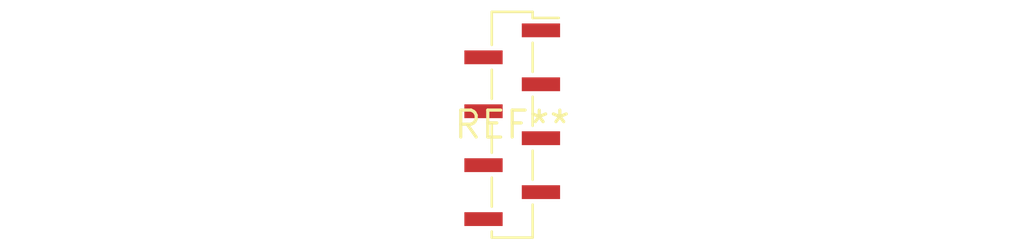
<source format=kicad_pcb>
(kicad_pcb (version 20240108) (generator pcbnew)
  (layers (0 "F.Cu" signal) (31 "B.Cu" signal) (34 "B.Paste" user) (35 "F.Paste" user) (36 "B.SilkS" user "B.Silkscreen") (37 "F.SilkS" user "F.Silkscreen") (38 "B.Mask" user) (39 "F.Mask" user) (44 "Edge.Cuts" user))
  (net 0 "")
  (footprint "PinSocket_1x08_P1.27mm_Vertical_SMD_Pin1Right" (layer "F.Cu") (at 0 0)
    (property "Reference" "REF**")
    (property "Value" "PinSocket_1x08_P1.27mm_Vertical_SMD_Pin1Right")
    (fp_line (start -0.96 -5.315) (end -0.96 -3.76) (layer "F.SilkS") (stroke (width 0.12)))
    (fp_line (start -0.96 -5.315) (end 0.96 -5.315) (layer "F.SilkS") (stroke (width 0.12)))
    (fp_line (start -0.96 -2.59) (end -0.96 -1.22) (layer "F.SilkS") (stroke (width 0.12)))
    (fp_line (start -0.96 -0.05) (end -0.96 1.32) (layer "F.SilkS") (stroke (width 0.12)))
    (fp_line (start -0.96 2.49) (end -0.96 3.86) (layer "F.SilkS") (stroke (width 0.12)))
    (fp_line (start -0.96 5.03) (end -0.96 5.315) (layer "F.SilkS") (stroke (width 0.12)))
    (fp_line (start -0.96 5.315) (end 0.96 5.315) (layer "F.SilkS") (stroke (width 0.12)))
    (fp_line (start 0.96 -5.315) (end 0.96 -5.03) (layer "F.SilkS") (stroke (width 0.12)))
    (fp_line (start 0.96 -5.03) (end 2.19 -5.03) (layer "F.SilkS") (stroke (width 0.12)))
    (fp_line (start 0.96 -3.86) (end 0.96 -2.49) (layer "F.SilkS") (stroke (width 0.12)))
    (fp_line (start 0.96 -1.32) (end 0.96 0.05) (layer "F.SilkS") (stroke (width 0.12)))
    (fp_line (start 0.96 1.22) (end 0.96 2.59) (layer "F.SilkS") (stroke (width 0.12)))
    (fp_line (start 0.96 3.76) (end 0.96 5.315) (layer "F.SilkS") (stroke (width 0.12)))
    (pad "1" smd rect (at 1.35 -4.445) (size 1.8 0.65) (layers "F.Cu" "F.Paste" "F.Mask"))
    (pad "2" smd rect (at -1.35 -3.175) (size 1.8 0.65) (layers "F.Cu" "F.Paste" "F.Mask"))
    (pad "3" smd rect (at 1.35 -1.905) (size 1.8 0.65) (layers "F.Cu" "F.Paste" "F.Mask"))
    (pad "4" smd rect (at -1.35 -0.635) (size 1.8 0.65) (layers "F.Cu" "F.Paste" "F.Mask"))
    (pad "5" smd rect (at 1.35 0.635) (size 1.8 0.65) (layers "F.Cu" "F.Paste" "F.Mask"))
    (pad "6" smd rect (at -1.35 1.905) (size 1.8 0.65) (layers "F.Cu" "F.Paste" "F.Mask"))
    (pad "7" smd rect (at 1.35 3.175) (size 1.8 0.65) (layers "F.Cu" "F.Paste" "F.Mask"))
    (pad "8" smd rect (at -1.35 4.445) (size 1.8 0.65) (layers "F.Cu" "F.Paste" "F.Mask"))
  )
)
</source>
